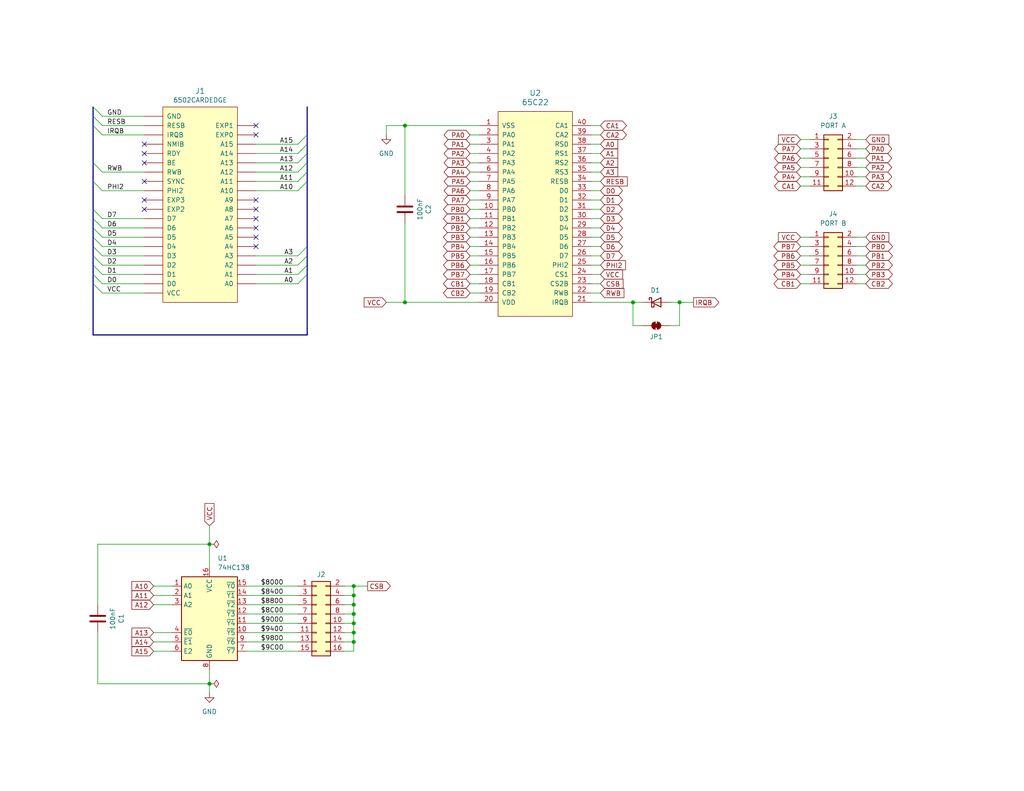
<source format=kicad_sch>
(kicad_sch (version 20231120) (generator "eeschema") (generator_version "8.0")
  (paper "USLetter")
  (title_block (title "6502 GPIO Card") (date "2024-06-06") (rev "1.0") (company "A.C. Wright Design"))
  (lib_symbols
    (symbol "6502 Parts:6502CARDEDGE" (pin_names (offset 1.016))
      (property "Reference" "J" (at -1.27 28.194 0))
      (property "Value" "6502CARDEDGE" (at 0 26.67 0))
      (symbol "6502CARDEDGE_1_0"
        (rectangle (start -10.16 25.4) (end 10.16 -27.94) (fill (type background)))
        (pin bidirectional line (at 15.24 -22.86 180) (length 5.08) (name "A0") (number "A0"))
        (pin bidirectional line (at 15.24 -20.32 180) (length 5.08) (name "A1") (number "A1"))
        (pin bidirectional line (at 15.24 2.54 180) (length 5.08) (name "A10") (number "A10"))
        (pin bidirectional line (at 15.24 5.08 180) (length 5.08) (name "A11") (number "A11"))
        (pin bidirectional line (at 15.24 7.62 180) (length 5.08) (name "A12") (number "A12"))
        (pin bidirectional line (at 15.24 10.16 180) (length 5.08) (name "A13") (number "A13"))
        (pin bidirectional line (at 15.24 12.7 180) (length 5.08) (name "A14") (number "A14"))
        (pin bidirectional line (at 15.24 15.24 180) (length 5.08) (name "A15") (number "A15"))
        (pin bidirectional line (at 15.24 -17.78 180) (length 5.08) (name "A2") (number "A2"))
        (pin bidirectional line (at 15.24 -15.24 180) (length 5.08) (name "A3") (number "A3"))
        (pin bidirectional line (at 15.24 -12.7 180) (length 5.08) (name "A4") (number "A4"))
        (pin bidirectional line (at 15.24 -10.16 180) (length 5.08) (name "A5") (number "A5"))
        (pin bidirectional line (at 15.24 -7.62 180) (length 5.08) (name "A6") (number "A6"))
        (pin bidirectional line (at 15.24 -5.08 180) (length 5.08) (name "A7") (number "A7"))
        (pin bidirectional line (at 15.24 -2.54 180) (length 5.08) (name "A8") (number "A8"))
        (pin bidirectional line (at 15.24 0 180) (length 5.08) (name "A9") (number "A9"))
        (pin bidirectional line (at -15.24 10.16 0) (length 5.08) (name "BE") (number "BE"))
        (pin bidirectional line (at -15.24 -22.86 0) (length 5.08) (name "D0") (number "D0"))
        (pin bidirectional line (at -15.24 -20.32 0) (length 5.08) (name "D1") (number "D1"))
        (pin bidirectional line (at -15.24 -17.78 0) (length 5.08) (name "D2") (number "D2"))
        (pin bidirectional line (at -15.24 -15.24 0) (length 5.08) (name "D3") (number "D3"))
        (pin bidirectional line (at -15.24 -12.7 0) (length 5.08) (name "D4") (number "D4"))
        (pin bidirectional line (at -15.24 -10.16 0) (length 5.08) (name "D5") (number "D5"))
        (pin bidirectional line (at -15.24 -7.62 0) (length 5.08) (name "D6") (number "D6"))
        (pin bidirectional line (at -15.24 -5.08 0) (length 5.08) (name "D7") (number "D7"))
        (pin bidirectional line (at 15.24 17.78 180) (length 5.08) (name "EXP0") (number "EXP0"))
        (pin bidirectional line (at 15.24 20.32 180) (length 5.08) (name "EXP1") (number "EXP1"))
        (pin bidirectional line (at -15.24 -2.54 0) (length 5.08) (name "EXP2") (number "EXP2"))
        (pin bidirectional line (at -15.24 0 0) (length 5.08) (name "EXP3") (number "EXP3"))
        (pin power_in line (at -15.24 22.86 0) (length 5.08) (name "GND") (number "GND"))
        (pin power_in line (at -15.24 22.86 0) (length 5.08) hide (name "GND") (number "GND"))
        (pin bidirectional line (at -15.24 17.78 0) (length 5.08) (name "IRQB") (number "IRQB"))
        (pin bidirectional line (at -15.24 15.24 0) (length 5.08) (name "NMIB") (number "NMIB"))
        (pin bidirectional line (at -15.24 2.54 0) (length 5.08) (name "PHI2") (number "PHI2"))
        (pin bidirectional line (at -15.24 12.7 0) (length 5.08) (name "RDY") (number "RDY"))
        (pin bidirectional line (at -15.24 20.32 0) (length 5.08) (name "RESB") (number "RESB"))
        (pin bidirectional line (at -15.24 7.62 0) (length 5.08) (name "RWB") (number "RWB"))
        (pin bidirectional line (at -15.24 5.08 0) (length 5.08) (name "SYNC") (number "SYNC"))
        (pin power_in line (at -15.24 -25.4 0) (length 5.08) (name "VCC") (number "VCC"))
        (pin power_in line (at -15.24 -25.4 0) (length 5.08) hide (name "VCC") (number "VCC"))
      )
    )
    (symbol "6502 Parts:65C22" (pin_names (offset 1.016))
      (property "Reference" "U" (at 26.67 7.62 0))
      (property "Value" "65C22" (at 26.67 5.08 0))
      (symbol "65C22_0_1"
        (rectangle (start 5.08 3.81) (end 25.4 -52.07) (fill (type background)))
      )
      (symbol "65C22_1_0"
        (pin power_in line (at 0 0 0) (length 5.08) (name "VSS") (number "1"))
        (pin bidirectional line (at 0 -22.86 0) (length 5.08) (name "PB0") (number "10"))
        (pin bidirectional line (at 0 -25.4 0) (length 5.08) (name "PB1") (number "11"))
        (pin bidirectional line (at 0 -27.94 0) (length 5.08) (name "PB2") (number "12"))
        (pin bidirectional line (at 0 -30.48 0) (length 5.08) (name "PB3") (number "13"))
        (pin bidirectional line (at 0 -33.02 0) (length 5.08) (name "PB4") (number "14"))
        (pin bidirectional line (at 0 -35.56 0) (length 5.08) (name "PB5") (number "15"))
        (pin bidirectional line (at 0 -38.1 0) (length 5.08) (name "PB6") (number "16"))
        (pin bidirectional line (at 0 -40.64 0) (length 5.08) (name "PB7") (number "17"))
        (pin bidirectional line (at 0 -43.18 0) (length 5.08) (name "CB1") (number "18"))
        (pin bidirectional line (at 0 -45.72 0) (length 5.08) (name "CB2") (number "19"))
        (pin bidirectional line (at 0 -2.54 0) (length 5.08) (name "PA0") (number "2"))
        (pin power_in line (at 0 -48.26 0) (length 5.08) (name "VDD") (number "20"))
        (pin output line (at 30.48 -48.26 180) (length 5.08) (name "IRQB") (number "21"))
        (pin input line (at 30.48 -45.72 180) (length 5.08) (name "RWB") (number "22"))
        (pin input line (at 30.48 -43.18 180) (length 5.08) (name "CS2B") (number "23"))
        (pin input line (at 30.48 -40.64 180) (length 5.08) (name "CS1") (number "24"))
        (pin input line (at 30.48 -38.1 180) (length 5.08) (name "PHI2") (number "25"))
        (pin output line (at 30.48 -35.56 180) (length 5.08) (name "D7") (number "26"))
        (pin output line (at 30.48 -33.02 180) (length 5.08) (name "D6") (number "27"))
        (pin output line (at 30.48 -30.48 180) (length 5.08) (name "D5") (number "28"))
        (pin output line (at 30.48 -27.94 180) (length 5.08) (name "D4") (number "29"))
        (pin bidirectional line (at 0 -5.08 0) (length 5.08) (name "PA1") (number "3"))
        (pin output line (at 30.48 -25.4 180) (length 5.08) (name "D3") (number "30"))
        (pin output line (at 30.48 -22.86 180) (length 5.08) (name "D2") (number "31"))
        (pin output line (at 30.48 -20.32 180) (length 5.08) (name "D1") (number "32"))
        (pin output line (at 30.48 -17.78 180) (length 5.08) (name "D0") (number "33"))
        (pin input line (at 30.48 -15.24 180) (length 5.08) (name "RESB") (number "34"))
        (pin input line (at 30.48 -12.7 180) (length 5.08) (name "RS3") (number "35"))
        (pin input line (at 30.48 -10.16 180) (length 5.08) (name "RS2") (number "36"))
        (pin input line (at 30.48 -7.62 180) (length 5.08) (name "RS1") (number "37"))
        (pin input line (at 30.48 -5.08 180) (length 5.08) (name "RS0") (number "38"))
        (pin bidirectional line (at 30.48 -2.54 180) (length 5.08) (name "CA2") (number "39"))
        (pin bidirectional line (at 0 -7.62 0) (length 5.08) (name "PA2") (number "4"))
        (pin bidirectional line (at 30.48 0 180) (length 5.08) (name "CA1") (number "40"))
        (pin bidirectional line (at 0 -10.16 0) (length 5.08) (name "PA3") (number "5"))
        (pin bidirectional line (at 0 -12.7 0) (length 5.08) (name "PA4") (number "6"))
        (pin bidirectional line (at 0 -15.24 0) (length 5.08) (name "PA5") (number "7"))
        (pin bidirectional line (at 0 -17.78 0) (length 5.08) (name "PA6") (number "8"))
        (pin bidirectional line (at 0 -20.32 0) (length 5.08) (name "PA7") (number "9"))
      )
    )
    (symbol "74xx:74HC138"
      (property "Reference" "U" (at -7.62 13.97 0))
      (property "Value" "74HC138" (at 2.54 -11.43 0))
      (symbol "74HC138_0_1"
        (rectangle (start -7.62 12.7) (end 7.62 -10.16) (stroke (width 0.254)) (fill (type background)))
      )
      (symbol "74HC138_1_1"
        (pin input line (at -10.16 10.16 0) (length 2.54) (name "A0") (number "1"))
        (pin output line (at 10.16 -2.54 180) (length 2.54) (name "~{Y5}") (number "10"))
        (pin output line (at 10.16 0 180) (length 2.54) (name "~{Y4}") (number "11"))
        (pin output line (at 10.16 2.54 180) (length 2.54) (name "~{Y3}") (number "12"))
        (pin output line (at 10.16 5.08 180) (length 2.54) (name "~{Y2}") (number "13"))
        (pin output line (at 10.16 7.62 180) (length 2.54) (name "~{Y1}") (number "14"))
        (pin output line (at 10.16 10.16 180) (length 2.54) (name "~{Y0}") (number "15"))
        (pin power_in line (at 0 15.24 270) (length 2.54) (name "VCC") (number "16"))
        (pin input line (at -10.16 7.62 0) (length 2.54) (name "A1") (number "2"))
        (pin input line (at -10.16 5.08 0) (length 2.54) (name "A2") (number "3"))
        (pin input line (at -10.16 -2.54 0) (length 2.54) (name "~{E0}") (number "4"))
        (pin input line (at -10.16 -5.08 0) (length 2.54) (name "~{E1}") (number "5"))
        (pin input line (at -10.16 -7.62 0) (length 2.54) (name "E2") (number "6"))
        (pin output line (at 10.16 -7.62 180) (length 2.54) (name "~{Y7}") (number "7"))
        (pin power_in line (at 0 -12.7 90) (length 2.54) (name "GND") (number "8"))
        (pin output line (at 10.16 -5.08 180) (length 2.54) (name "~{Y6}") (number "9"))
      )
    )
    (symbol "Connector_Generic:Conn_02x06_Odd_Even" (pin_names (offset 1.016) hide)
      (property "Reference" "J" (at 1.27 7.62 0))
      (property "Value" "Conn_02x06_Odd_Even" (at 1.27 -10.16 0))
      (symbol "Conn_02x06_Odd_Even_1_1"
        (rectangle (start -1.27 -7.493) (end 0 -7.747) (stroke (width 0.1524)))
        (rectangle (start -1.27 -4.953) (end 0 -5.207) (stroke (width 0.1524)))
        (rectangle (start -1.27 -2.413) (end 0 -2.667) (stroke (width 0.1524)))
        (rectangle (start -1.27 0.127) (end 0 -0.127) (stroke (width 0.1524)))
        (rectangle (start -1.27 2.667) (end 0 2.413) (stroke (width 0.1524)))
        (rectangle (start -1.27 5.207) (end 0 4.953) (stroke (width 0.1524)))
        (rectangle (start -1.27 6.35) (end 3.81 -8.89) (stroke (width 0.254)) (fill (type background)))
        (rectangle (start 3.81 -7.493) (end 2.54 -7.747) (stroke (width 0.1524)))
        (rectangle (start 3.81 -4.953) (end 2.54 -5.207) (stroke (width 0.1524)))
        (rectangle (start 3.81 -2.413) (end 2.54 -2.667) (stroke (width 0.1524)))
        (rectangle (start 3.81 0.127) (end 2.54 -0.127) (stroke (width 0.1524)))
        (rectangle (start 3.81 2.667) (end 2.54 2.413) (stroke (width 0.1524)))
        (rectangle (start 3.81 5.207) (end 2.54 4.953) (stroke (width 0.1524)))
        (pin passive line (at -5.08 5.08 0) (length 3.81) (name "Pin_1") (number "1"))
        (pin passive line (at 7.62 -5.08 180) (length 3.81) (name "Pin_10") (number "10"))
        (pin passive line (at -5.08 -7.62 0) (length 3.81) (name "Pin_11") (number "11"))
        (pin passive line (at 7.62 -7.62 180) (length 3.81) (name "Pin_12") (number "12"))
        (pin passive line (at 7.62 5.08 180) (length 3.81) (name "Pin_2") (number "2"))
        (pin passive line (at -5.08 2.54 0) (length 3.81) (name "Pin_3") (number "3"))
        (pin passive line (at 7.62 2.54 180) (length 3.81) (name "Pin_4") (number "4"))
        (pin passive line (at -5.08 0 0) (length 3.81) (name "Pin_5") (number "5"))
        (pin passive line (at 7.62 0 180) (length 3.81) (name "Pin_6") (number "6"))
        (pin passive line (at -5.08 -2.54 0) (length 3.81) (name "Pin_7") (number "7"))
        (pin passive line (at 7.62 -2.54 180) (length 3.81) (name "Pin_8") (number "8"))
        (pin passive line (at -5.08 -5.08 0) (length 3.81) (name "Pin_9") (number "9"))
      )
    )
    (symbol "Connector_Generic:Conn_02x08_Odd_Even" (pin_names (offset 1.016) hide)
      (property "Reference" "J" (at 1.27 10.16 0))
      (property "Value" "Conn_02x08_Odd_Even" (at 1.27 -12.7 0))
      (symbol "Conn_02x08_Odd_Even_1_1"
        (rectangle (start -1.27 -10.033) (end 0 -10.287) (stroke (width 0.1524)))
        (rectangle (start -1.27 -7.493) (end 0 -7.747) (stroke (width 0.1524)))
        (rectangle (start -1.27 -4.953) (end 0 -5.207) (stroke (width 0.1524)))
        (rectangle (start -1.27 -2.413) (end 0 -2.667) (stroke (width 0.1524)))
        (rectangle (start -1.27 0.127) (end 0 -0.127) (stroke (width 0.1524)))
        (rectangle (start -1.27 2.667) (end 0 2.413) (stroke (width 0.1524)))
        (rectangle (start -1.27 5.207) (end 0 4.953) (stroke (width 0.1524)))
        (rectangle (start -1.27 7.747) (end 0 7.493) (stroke (width 0.1524)))
        (rectangle (start -1.27 8.89) (end 3.81 -11.43) (stroke (width 0.254)) (fill (type background)))
        (rectangle (start 3.81 -10.033) (end 2.54 -10.287) (stroke (width 0.1524)))
        (rectangle (start 3.81 -7.493) (end 2.54 -7.747) (stroke (width 0.1524)))
        (rectangle (start 3.81 -4.953) (end 2.54 -5.207) (stroke (width 0.1524)))
        (rectangle (start 3.81 -2.413) (end 2.54 -2.667) (stroke (width 0.1524)))
        (rectangle (start 3.81 0.127) (end 2.54 -0.127) (stroke (width 0.1524)))
        (rectangle (start 3.81 2.667) (end 2.54 2.413) (stroke (width 0.1524)))
        (rectangle (start 3.81 5.207) (end 2.54 4.953) (stroke (width 0.1524)))
        (rectangle (start 3.81 7.747) (end 2.54 7.493) (stroke (width 0.1524)))
        (pin passive line (at -5.08 7.62 0) (length 3.81) (name "Pin_1") (number "1"))
        (pin passive line (at 7.62 -2.54 180) (length 3.81) (name "Pin_10") (number "10"))
        (pin passive line (at -5.08 -5.08 0) (length 3.81) (name "Pin_11") (number "11"))
        (pin passive line (at 7.62 -5.08 180) (length 3.81) (name "Pin_12") (number "12"))
        (pin passive line (at -5.08 -7.62 0) (length 3.81) (name "Pin_13") (number "13"))
        (pin passive line (at 7.62 -7.62 180) (length 3.81) (name "Pin_14") (number "14"))
        (pin passive line (at -5.08 -10.16 0) (length 3.81) (name "Pin_15") (number "15"))
        (pin passive line (at 7.62 -10.16 180) (length 3.81) (name "Pin_16") (number "16"))
        (pin passive line (at 7.62 7.62 180) (length 3.81) (name "Pin_2") (number "2"))
        (pin passive line (at -5.08 5.08 0) (length 3.81) (name "Pin_3") (number "3"))
        (pin passive line (at 7.62 5.08 180) (length 3.81) (name "Pin_4") (number "4"))
        (pin passive line (at -5.08 2.54 0) (length 3.81) (name "Pin_5") (number "5"))
        (pin passive line (at 7.62 2.54 180) (length 3.81) (name "Pin_6") (number "6"))
        (pin passive line (at -5.08 0 0) (length 3.81) (name "Pin_7") (number "7"))
        (pin passive line (at 7.62 0 180) (length 3.81) (name "Pin_8") (number "8"))
        (pin passive line (at -5.08 -2.54 0) (length 3.81) (name "Pin_9") (number "9"))
      )
    )
    (symbol "Device:C" (pin_numbers hide) (pin_names (offset 0.254))
      (property "Reference" "C" (at 0.635 2.54 0))
      (property "Value" "C" (at 0.635 -2.54 0))
      (symbol "C_0_1"
        (polyline (pts (xy -2.032 -0.762) (xy 2.032 -0.762)) (stroke (width 0.508)))
        (polyline (pts (xy -2.032 0.762) (xy 2.032 0.762)) (stroke (width 0.508)))
      )
      (symbol "C_1_1"
        (pin passive line (at 0 3.81 270) (length 2.794) (name "~") (number "1"))
        (pin passive line (at 0 -3.81 90) (length 2.794) (name "~") (number "2"))
      )
    )
    (symbol "Device:D_Schottky" (pin_numbers hide) (pin_names (offset 1.016) hide)
      (property "Reference" "D" (at 0 2.54 0))
      (property "Value" "D_Schottky" (at 0 -2.54 0))
      (symbol "D_Schottky_0_1"
        (polyline (pts (xy 1.27 0) (xy -1.27 0)))
        (polyline (pts (xy 1.27 1.27) (xy 1.27 -1.27) (xy -1.27 0) (xy 1.27 1.27)) (stroke (width 0.254)))
        (polyline (pts (xy -1.905 0.635) (xy -1.905 1.27) (xy -1.27 1.27) (xy -1.27 -1.27) (xy -0.635 -1.27) (xy -0.635 -0.635)) (stroke (width 0.254)))
      )
      (symbol "D_Schottky_1_1"
        (pin passive line (at -3.81 0 0) (length 2.54) (name "K") (number "1"))
        (pin passive line (at 3.81 0 180) (length 2.54) (name "A") (number "2"))
      )
    )
    (symbol "Jumper:SolderJumper_2_Bridged" (pin_numbers hide) (pin_names (offset 0) hide) (exclude_from_sim yes) (in_bom no)
      (property "Reference" "JP" (at 0 2.032 0))
      (property "Value" "SolderJumper_2_Bridged" (at 0 -2.54 0))
      (symbol "SolderJumper_2_Bridged_0_1"
        (rectangle (start -0.508 0.508) (end 0.508 -0.508) (fill (type outline)))
        (arc (start -0.254 1.016) (mid -1.2656 0) (end -0.254 -1.016))
        (arc (start -0.254 1.016) (mid -1.2656 0) (end -0.254 -1.016) (fill (type outline)))
        (polyline (pts (xy -0.254 1.016) (xy -0.254 -1.016)))
        (polyline (pts (xy 0.254 1.016) (xy 0.254 -1.016)))
        (arc (start 0.254 -1.016) (mid 1.2656 0) (end 0.254 1.016))
        (arc (start 0.254 -1.016) (mid 1.2656 0) (end 0.254 1.016) (fill (type outline)))
      )
      (symbol "SolderJumper_2_Bridged_1_1"
        (pin passive line (at -3.81 0 0) (length 2.54) (name "A") (number "1"))
        (pin passive line (at 3.81 0 180) (length 2.54) (name "B") (number "2"))
      )
    )
    (symbol "power:GND" (power) (pin_numbers hide) (pin_names (offset 0) hide)
      (property "Value" "GND" (at 0 -3.81 0))
      (symbol "GND_0_1"
        (polyline (pts (xy 0 0) (xy 0 -1.27) (xy 1.27 -1.27) (xy 0 -2.54) (xy -1.27 -1.27) (xy 0 -1.27)))
      )
      (symbol "GND_1_1"
        (pin power_in line (at 0 0 270) (length 0) (name "~") (number "1"))
      )
    )
    (symbol "power:PWR_FLAG" (power) (pin_numbers hide) (pin_names (offset 0) hide)
      (property "Value" "PWR_FLAG" (at 0 3.81 0))
      (symbol "PWR_FLAG_0_0"
        (pin power_out line (at 0 0 90) (length 0) (name "~") (number "1"))
      )
      (symbol "PWR_FLAG_0_1"
        (polyline (pts (xy 0 0) (xy 0 1.27) (xy -1.016 1.905) (xy 0 2.54) (xy 1.016 1.905) (xy 0 1.27)))
      )
    )
  )
  (junction (at 96.52 162.56))
  (junction (at 110.49 34.29))
  (junction (at 96.52 160.02))
  (junction (at 172.72 82.55))
  (junction (at 57.15 186.69))
  (junction (at 96.52 170.18))
  (junction (at 96.52 165.1))
  (junction (at 96.52 167.64))
  (junction (at 185.42 82.55))
  (junction (at 57.15 148.59))
  (junction (at 96.52 175.26))
  (junction (at 96.52 172.72))
  (junction (at 110.49 82.55))
  (no_connect (at 69.85 36.83))
  (no_connect (at 39.37 39.37))
  (no_connect (at 69.85 59.69))
  (no_connect (at 39.37 49.53))
  (no_connect (at 39.37 41.91))
  (no_connect (at 69.85 64.77))
  (no_connect (at 39.37 57.15))
  (no_connect (at 69.85 54.61))
  (no_connect (at 69.85 34.29))
  (no_connect (at 39.37 54.61))
  (no_connect (at 69.85 67.31))
  (no_connect (at 69.85 62.23))
  (no_connect (at 39.37 44.45))
  (no_connect (at 69.85 57.15))
  (bus_entry (at 25.4 72.39) (size 2.54 2.54))
  (bus_entry (at 25.4 49.53) (size 2.54 2.54))
  (bus_entry (at 83.82 67.31) (size -2.54 2.54))
  (bus_entry (at 83.82 69.85) (size -2.54 2.54))
  (bus_entry (at 83.82 74.93) (size -2.54 2.54))
  (bus_entry (at 83.82 72.39) (size -2.54 2.54))
  (bus_entry (at 83.82 49.53) (size -2.54 2.54))
  (bus_entry (at 25.4 57.15) (size 2.54 2.54))
  (bus_entry (at 25.4 64.77) (size 2.54 2.54))
  (bus_entry (at 83.82 41.91) (size -2.54 2.54))
  (bus_entry (at 83.82 39.37) (size -2.54 2.54))
  (bus_entry (at 25.4 31.75) (size 2.54 2.54))
  (bus_entry (at 83.82 36.83) (size -2.54 2.54))
  (bus_entry (at 25.4 74.93) (size 2.54 2.54))
  (bus_entry (at 25.4 62.23) (size 2.54 2.54))
  (bus_entry (at 25.4 77.47) (size 2.54 2.54))
  (bus_entry (at 25.4 67.31) (size 2.54 2.54))
  (bus_entry (at 83.82 44.45) (size -2.54 2.54))
  (bus_entry (at 25.4 29.21) (size 2.54 2.54))
  (bus_entry (at 25.4 34.29) (size 2.54 2.54))
  (bus_entry (at 25.4 69.85) (size 2.54 2.54))
  (bus_entry (at 25.4 44.45) (size 2.54 2.54))
  (bus_entry (at 83.82 46.99) (size -2.54 2.54))
  (bus_entry (at 25.4 59.69) (size 2.54 2.54))
  (wire (pts (xy 185.42 82.55) (xy 189.23 82.55)))
  (bus (pts (xy 83.82 36.83) (xy 83.82 39.37)))
  (wire (pts (xy 110.49 82.55) (xy 130.81 82.55)))
  (wire (pts (xy 96.52 167.64) (xy 93.98 167.64)))
  (wire (pts (xy 161.29 57.15) (xy 163.83 57.15)))
  (wire (pts (xy 161.29 46.99) (xy 163.83 46.99)))
  (bus (pts (xy 83.82 69.85) (xy 83.82 72.39)))
  (wire (pts (xy 161.29 44.45) (xy 163.83 44.45)))
  (bus (pts (xy 83.82 41.91) (xy 83.82 44.45)))
  (wire (pts (xy 161.29 41.91) (xy 163.83 41.91)))
  (wire (pts (xy 218.44 69.85) (xy 220.98 69.85)))
  (bus (pts (xy 25.4 91.44) (xy 83.82 91.44)))
  (wire (pts (xy 105.41 82.55) (xy 110.49 82.55)))
  (wire (pts (xy 41.91 175.26) (xy 46.99 175.26)))
  (wire (pts (xy 161.29 64.77) (xy 163.83 64.77)))
  (wire (pts (xy 172.72 88.9) (xy 175.26 88.9)))
  (wire (pts (xy 41.91 162.56) (xy 46.99 162.56)))
  (bus (pts (xy 25.4 34.29) (xy 25.4 44.45)))
  (wire (pts (xy 161.29 82.55) (xy 172.72 82.55)))
  (wire (pts (xy 110.49 34.29) (xy 110.49 53.34)))
  (wire (pts (xy 128.27 64.77) (xy 130.81 64.77)))
  (wire (pts (xy 161.29 54.61) (xy 163.83 54.61)))
  (wire (pts (xy 218.44 45.72) (xy 220.98 45.72)))
  (wire (pts (xy 81.28 72.39) (xy 69.85 72.39)))
  (wire (pts (xy 27.94 72.39) (xy 39.37 72.39)))
  (wire (pts (xy 67.31 162.56) (xy 81.28 162.56)))
  (wire (pts (xy 27.94 67.31) (xy 39.37 67.31)))
  (wire (pts (xy 67.31 177.8) (xy 81.28 177.8)))
  (bus (pts (xy 83.82 44.45) (xy 83.82 46.99)))
  (wire (pts (xy 96.52 175.26) (xy 96.52 172.72)))
  (wire (pts (xy 182.88 88.9) (xy 185.42 88.9)))
  (wire (pts (xy 128.27 80.01) (xy 130.81 80.01)))
  (wire (pts (xy 96.52 172.72) (xy 96.52 170.18)))
  (wire (pts (xy 96.52 170.18) (xy 93.98 170.18)))
  (wire (pts (xy 27.94 46.99) (xy 39.37 46.99)))
  (wire (pts (xy 128.27 77.47) (xy 130.81 77.47)))
  (wire (pts (xy 39.37 69.85) (xy 27.94 69.85)))
  (wire (pts (xy 233.68 48.26) (xy 236.22 48.26)))
  (wire (pts (xy 105.41 34.29) (xy 110.49 34.29)))
  (bus (pts (xy 25.4 62.23) (xy 25.4 64.77)))
  (wire (pts (xy 161.29 80.01) (xy 163.83 80.01)))
  (wire (pts (xy 39.37 59.69) (xy 27.94 59.69)))
  (wire (pts (xy 81.28 49.53) (xy 69.85 49.53)))
  (wire (pts (xy 26.67 148.59) (xy 26.67 165.1)))
  (bus (pts (xy 25.4 77.47) (xy 25.4 91.44)))
  (wire (pts (xy 67.31 175.26) (xy 81.28 175.26)))
  (wire (pts (xy 128.27 49.53) (xy 130.81 49.53)))
  (bus (pts (xy 83.82 67.31) (xy 83.82 69.85)))
  (bus (pts (xy 25.4 69.85) (xy 25.4 72.39)))
  (bus (pts (xy 25.4 64.77) (xy 25.4 67.31)))
  (wire (pts (xy 218.44 77.47) (xy 220.98 77.47)))
  (wire (pts (xy 39.37 34.29) (xy 27.94 34.29)))
  (wire (pts (xy 41.91 177.8) (xy 46.99 177.8)))
  (bus (pts (xy 83.82 72.39) (xy 83.82 74.93)))
  (bus (pts (xy 25.4 72.39) (xy 25.4 74.93)))
  (wire (pts (xy 233.68 67.31) (xy 236.22 67.31)))
  (wire (pts (xy 57.15 148.59) (xy 57.15 154.94)))
  (wire (pts (xy 128.27 67.31) (xy 130.81 67.31)))
  (wire (pts (xy 161.29 34.29) (xy 163.83 34.29)))
  (wire (pts (xy 161.29 77.47) (xy 163.83 77.47)))
  (wire (pts (xy 39.37 80.01) (xy 27.94 80.01)))
  (wire (pts (xy 67.31 160.02) (xy 81.28 160.02)))
  (wire (pts (xy 41.91 160.02) (xy 46.99 160.02)))
  (wire (pts (xy 233.68 38.1) (xy 236.22 38.1)))
  (wire (pts (xy 128.27 39.37) (xy 130.81 39.37)))
  (wire (pts (xy 218.44 74.93) (xy 220.98 74.93)))
  (bus (pts (xy 83.82 74.93) (xy 83.82 91.44)))
  (wire (pts (xy 233.68 69.85) (xy 236.22 69.85)))
  (wire (pts (xy 128.27 36.83) (xy 130.81 36.83)))
  (wire (pts (xy 128.27 72.39) (xy 130.81 72.39)))
  (wire (pts (xy 161.29 72.39) (xy 163.83 72.39)))
  (wire (pts (xy 233.68 64.77) (xy 236.22 64.77)))
  (wire (pts (xy 218.44 64.77) (xy 220.98 64.77)))
  (bus (pts (xy 83.82 29.21) (xy 83.82 36.83)))
  (wire (pts (xy 218.44 38.1) (xy 220.98 38.1)))
  (wire (pts (xy 27.94 52.07) (xy 39.37 52.07)))
  (wire (pts (xy 26.67 186.69) (xy 26.67 172.72)))
  (wire (pts (xy 218.44 40.64) (xy 220.98 40.64)))
  (bus (pts (xy 25.4 67.31) (xy 25.4 69.85)))
  (wire (pts (xy 57.15 186.69) (xy 57.15 189.23)))
  (wire (pts (xy 218.44 72.39) (xy 220.98 72.39)))
  (bus (pts (xy 25.4 29.21) (xy 25.4 31.75)))
  (wire (pts (xy 128.27 54.61) (xy 130.81 54.61)))
  (wire (pts (xy 67.31 167.64) (xy 81.28 167.64)))
  (wire (pts (xy 233.68 77.47) (xy 236.22 77.47)))
  (wire (pts (xy 67.31 170.18) (xy 81.28 170.18)))
  (wire (pts (xy 128.27 74.93) (xy 130.81 74.93)))
  (wire (pts (xy 27.94 31.75) (xy 39.37 31.75)))
  (wire (pts (xy 128.27 44.45) (xy 130.81 44.45)))
  (wire (pts (xy 27.94 62.23) (xy 39.37 62.23)))
  (bus (pts (xy 83.82 39.37) (xy 83.82 41.91)))
  (wire (pts (xy 96.52 162.56) (xy 96.52 160.02)))
  (wire (pts (xy 67.31 172.72) (xy 81.28 172.72)))
  (wire (pts (xy 57.15 148.59) (xy 57.15 143.51)))
  (bus (pts (xy 25.4 44.45) (xy 25.4 49.53)))
  (wire (pts (xy 96.52 160.02) (xy 100.33 160.02)))
  (wire (pts (xy 26.67 186.69) (xy 57.15 186.69)))
  (wire (pts (xy 41.91 165.1) (xy 46.99 165.1)))
  (wire (pts (xy 39.37 64.77) (xy 27.94 64.77)))
  (wire (pts (xy 93.98 165.1) (xy 96.52 165.1)))
  (wire (pts (xy 81.28 77.47) (xy 69.85 77.47)))
  (wire (pts (xy 233.68 74.93) (xy 236.22 74.93)))
  (bus (pts (xy 25.4 31.75) (xy 25.4 34.29)))
  (wire (pts (xy 161.29 59.69) (xy 163.83 59.69)))
  (wire (pts (xy 161.29 62.23) (xy 163.83 62.23)))
  (wire (pts (xy 41.91 172.72) (xy 46.99 172.72)))
  (wire (pts (xy 67.31 165.1) (xy 81.28 165.1)))
  (wire (pts (xy 69.85 46.99) (xy 81.28 46.99)))
  (wire (pts (xy 161.29 69.85) (xy 163.83 69.85)))
  (wire (pts (xy 110.49 60.96) (xy 110.49 82.55)))
  (bus (pts (xy 83.82 46.99) (xy 83.82 49.53)))
  (wire (pts (xy 69.85 39.37) (xy 81.28 39.37)))
  (wire (pts (xy 218.44 48.26) (xy 220.98 48.26)))
  (bus (pts (xy 25.4 57.15) (xy 25.4 59.69)))
  (wire (pts (xy 96.52 177.8) (xy 96.52 175.26)))
  (wire (pts (xy 233.68 45.72) (xy 236.22 45.72)))
  (wire (pts (xy 128.27 57.15) (xy 130.81 57.15)))
  (wire (pts (xy 161.29 52.07) (xy 163.83 52.07)))
  (wire (pts (xy 233.68 72.39) (xy 236.22 72.39)))
  (wire (pts (xy 69.85 69.85) (xy 81.28 69.85)))
  (wire (pts (xy 128.27 69.85) (xy 130.81 69.85)))
  (wire (pts (xy 161.29 67.31) (xy 163.83 67.31)))
  (bus (pts (xy 25.4 49.53) (xy 25.4 57.15)))
  (wire (pts (xy 96.52 162.56) (xy 93.98 162.56)))
  (wire (pts (xy 69.85 52.07) (xy 81.28 52.07)))
  (wire (pts (xy 96.52 170.18) (xy 96.52 167.64)))
  (wire (pts (xy 161.29 49.53) (xy 163.83 49.53)))
  (wire (pts (xy 96.52 167.64) (xy 96.52 165.1)))
  (wire (pts (xy 81.28 44.45) (xy 69.85 44.45)))
  (wire (pts (xy 128.27 52.07) (xy 130.81 52.07)))
  (wire (pts (xy 96.52 172.72) (xy 93.98 172.72)))
  (wire (pts (xy 128.27 41.91) (xy 130.81 41.91)))
  (wire (pts (xy 27.94 36.83) (xy 39.37 36.83)))
  (wire (pts (xy 218.44 43.18) (xy 220.98 43.18)))
  (wire (pts (xy 218.44 67.31) (xy 220.98 67.31)))
  (wire (pts (xy 27.94 77.47) (xy 39.37 77.47)))
  (wire (pts (xy 93.98 160.02) (xy 96.52 160.02)))
  (wire (pts (xy 69.85 41.91) (xy 81.28 41.91)))
  (wire (pts (xy 105.41 36.83) (xy 105.41 34.29)))
  (wire (pts (xy 233.68 50.8) (xy 236.22 50.8)))
  (wire (pts (xy 185.42 82.55) (xy 182.88 82.55)))
  (wire (pts (xy 69.85 74.93) (xy 81.28 74.93)))
  (wire (pts (xy 172.72 82.55) (xy 172.72 88.9)))
  (wire (pts (xy 128.27 62.23) (xy 130.81 62.23)))
  (wire (pts (xy 57.15 148.59) (xy 26.67 148.59)))
  (wire (pts (xy 39.37 74.93) (xy 27.94 74.93)))
  (wire (pts (xy 172.72 82.55) (xy 175.26 82.55)))
  (bus (pts (xy 25.4 74.93) (xy 25.4 77.47)))
  (wire (pts (xy 96.52 165.1) (xy 96.52 162.56)))
  (wire (pts (xy 128.27 59.69) (xy 130.81 59.69)))
  (bus (pts (xy 83.82 49.53) (xy 83.82 67.31)))
  (wire (pts (xy 57.15 182.88) (xy 57.15 186.69)))
  (wire (pts (xy 96.52 175.26) (xy 93.98 175.26)))
  (wire (pts (xy 161.29 74.93) (xy 163.83 74.93)))
  (wire (pts (xy 110.49 34.29) (xy 130.81 34.29)))
  (wire (pts (xy 185.42 88.9) (xy 185.42 82.55)))
  (wire (pts (xy 218.44 50.8) (xy 220.98 50.8)))
  (wire (pts (xy 128.27 46.99) (xy 130.81 46.99)))
  (wire (pts (xy 161.29 39.37) (xy 163.83 39.37)))
  (wire (pts (xy 93.98 177.8) (xy 96.52 177.8)))
  (wire (pts (xy 233.68 43.18) (xy 236.22 43.18)))
  (wire (pts (xy 233.68 40.64) (xy 236.22 40.64)))
  (bus (pts (xy 25.4 59.69) (xy 25.4 62.23)))
  (wire (pts (xy 161.29 36.83) (xy 163.83 36.83)))
  (label "A11" (at 80.01 49.53 180))
  (label "$8000" (at 71.12 160.02 0))
  (label "PHI2" (at 29.21 52.07 0))
  (label "D3" (at 29.21 69.85 0))
  (label "$9C00" (at 71.12 177.8 0))
  (label "A13" (at 80.01 44.45 180))
  (label "A3" (at 80.01 69.85 180))
  (label "$9400" (at 71.12 172.72 0))
  (label "A12" (at 80.01 46.99 180))
  (label "$8400" (at 71.12 162.56 0))
  (label "$8C00" (at 71.12 167.64 0))
  (label "RESB" (at 29.21 34.29 0))
  (label "A15" (at 80.01 39.37 180))
  (label "D0" (at 29.21 77.47 0))
  (label "RWB" (at 29.21 46.99 0))
  (label "A2" (at 80.01 72.39 180))
  (label "GND" (at 29.21 31.75 0))
  (label "A14" (at 80.01 41.91 180))
  (label "D2" (at 29.21 72.39 0))
  (label "D6" (at 29.21 62.23 0))
  (label "$9800" (at 71.12 175.26 0))
  (label "A1" (at 80.01 74.93 180))
  (label "A0" (at 80.01 77.47 180))
  (label "D5" (at 29.21 64.77 0))
  (label "A10" (at 80.01 52.07 180))
  (label "D1" (at 29.21 74.93 0))
  (label "D4" (at 29.21 67.31 0))
  (label "VCC" (at 29.21 80.01 0))
  (label "IRQB" (at 29.21 36.83 0))
  (label "$8800" (at 71.12 165.1 0))
  (label "D7" (at 29.21 59.69 0))
  (label "$9000" (at 71.12 170.18 0))
  (global_label "PB5" (shape bidirectional) (at 218.44 72.39 180) (property "Intersheetrefs" "${INTERSHEET_REFS}" (effects (hide yes))))
  (global_label "PA2" (shape bidirectional) (at 128.27 41.91 180) (property "Intersheetrefs" "${INTERSHEET_REFS}" (effects (hide yes))))
  (global_label "D6" (shape bidirectional) (at 163.83 67.31 0) (property "Intersheetrefs" "${INTERSHEET_REFS}" (effects (hide yes))))
  (global_label "CB1" (shape bidirectional) (at 128.27 77.47 180) (property "Intersheetrefs" "${INTERSHEET_REFS}" (effects (hide yes))))
  (global_label "CB2" (shape bidirectional) (at 236.22 77.47 0) (property "Intersheetrefs" "${INTERSHEET_REFS}" (effects (hide yes))))
  (global_label "CSB" (shape output) (at 100.33 160.02 0) (property "Intersheetrefs" "${INTERSHEET_REFS}" (effects (hide yes))))
  (global_label "PB2" (shape bidirectional) (at 236.22 72.39 0) (property "Intersheetrefs" "${INTERSHEET_REFS}" (effects (hide yes))))
  (global_label "VCC" (shape input) (at 57.15 143.51 90) (property "Intersheetrefs" "${INTERSHEET_REFS}" (effects (hide yes))))
  (global_label "PB7" (shape bidirectional) (at 218.44 67.31 180) (property "Intersheetrefs" "${INTERSHEET_REFS}" (effects (hide yes))))
  (global_label "PB1" (shape bidirectional) (at 236.22 69.85 0) (property "Intersheetrefs" "${INTERSHEET_REFS}" (effects (hide yes))))
  (global_label "CA2" (shape bidirectional) (at 236.22 50.8 0) (property "Intersheetrefs" "${INTERSHEET_REFS}" (effects (hide yes))))
  (global_label "VCC" (shape input) (at 218.44 38.1 180) (property "Intersheetrefs" "${INTERSHEET_REFS}" (effects (hide yes))))
  (global_label "CB1" (shape bidirectional) (at 218.44 77.47 180) (property "Intersheetrefs" "${INTERSHEET_REFS}" (effects (hide yes))))
  (global_label "PA7" (shape bidirectional) (at 218.44 40.64 180) (property "Intersheetrefs" "${INTERSHEET_REFS}" (effects (hide yes))))
  (global_label "PHI2" (shape input) (at 163.83 72.39 0) (property "Intersheetrefs" "${INTERSHEET_REFS}" (effects (hide yes))))
  (global_label "A12" (shape input) (at 41.91 165.1 180) (property "Intersheetrefs" "${INTERSHEET_REFS}" (effects (hide yes))))
  (global_label "A15" (shape input) (at 41.91 177.8 180) (property "Intersheetrefs" "${INTERSHEET_REFS}" (effects (hide yes))))
  (global_label "PA0" (shape bidirectional) (at 236.22 40.64 0) (property "Intersheetrefs" "${INTERSHEET_REFS}" (effects (hide yes))))
  (global_label "PA1" (shape bidirectional) (at 236.22 43.18 0) (property "Intersheetrefs" "${INTERSHEET_REFS}" (effects (hide yes))))
  (global_label "PB5" (shape bidirectional) (at 128.27 69.85 180) (property "Intersheetrefs" "${INTERSHEET_REFS}" (effects (hide yes))))
  (global_label "RESB" (shape input) (at 163.83 49.53 0) (property "Intersheetrefs" "${INTERSHEET_REFS}" (effects (hide yes))))
  (global_label "A1" (shape input) (at 163.83 41.91 0) (property "Intersheetrefs" "${INTERSHEET_REFS}" (effects (hide yes))))
  (global_label "CA1" (shape bidirectional) (at 218.44 50.8 180) (property "Intersheetrefs" "${INTERSHEET_REFS}" (effects (hide yes))))
  (global_label "A13" (shape input) (at 41.91 172.72 180) (property "Intersheetrefs" "${INTERSHEET_REFS}" (effects (hide yes))))
  (global_label "VCC" (shape input) (at 105.41 82.55 180) (property "Intersheetrefs" "${INTERSHEET_REFS}" (effects (hide yes))))
  (global_label "GND" (shape input) (at 236.22 38.1 0) (property "Intersheetrefs" "${INTERSHEET_REFS}" (effects (hide yes))))
  (global_label "PA6" (shape bidirectional) (at 128.27 52.07 180) (property "Intersheetrefs" "${INTERSHEET_REFS}" (effects (hide yes))))
  (global_label "PA0" (shape bidirectional) (at 128.27 36.83 180) (property "Intersheetrefs" "${INTERSHEET_REFS}" (effects (hide yes))))
  (global_label "GND" (shape input) (at 236.22 64.77 0) (property "Intersheetrefs" "${INTERSHEET_REFS}" (effects (hide yes))))
  (global_label "PA5" (shape bidirectional) (at 128.27 49.53 180) (property "Intersheetrefs" "${INTERSHEET_REFS}" (effects (hide yes))))
  (global_label "VCC" (shape input) (at 163.83 74.93 0) (property "Intersheetrefs" "${INTERSHEET_REFS}" (effects (hide yes))))
  (global_label "D1" (shape bidirectional) (at 163.83 54.61 0) (property "Intersheetrefs" "${INTERSHEET_REFS}" (effects (hide yes))))
  (global_label "PB2" (shape bidirectional) (at 128.27 62.23 180) (property "Intersheetrefs" "${INTERSHEET_REFS}" (effects (hide yes))))
  (global_label "PB0" (shape bidirectional) (at 236.22 67.31 0) (property "Intersheetrefs" "${INTERSHEET_REFS}" (effects (hide yes))))
  (global_label "PB4" (shape bidirectional) (at 128.27 67.31 180) (property "Intersheetrefs" "${INTERSHEET_REFS}" (effects (hide yes))))
  (global_label "PB3" (shape bidirectional) (at 128.27 64.77 180) (property "Intersheetrefs" "${INTERSHEET_REFS}" (effects (hide yes))))
  (global_label "A3" (shape input) (at 163.83 46.99 0) (property "Intersheetrefs" "${INTERSHEET_REFS}" (effects (hide yes))))
  (global_label "PB0" (shape bidirectional) (at 128.27 57.15 180) (property "Intersheetrefs" "${INTERSHEET_REFS}" (effects (hide yes))))
  (global_label "CA2" (shape bidirectional) (at 163.83 36.83 0) (property "Intersheetrefs" "${INTERSHEET_REFS}" (effects (hide yes))))
  (global_label "PA1" (shape bidirectional) (at 128.27 39.37 180) (property "Intersheetrefs" "${INTERSHEET_REFS}" (effects (hide yes))))
  (global_label "PA4" (shape bidirectional) (at 218.44 48.26 180) (property "Intersheetrefs" "${INTERSHEET_REFS}" (effects (hide yes))))
  (global_label "PA4" (shape bidirectional) (at 128.27 46.99 180) (property "Intersheetrefs" "${INTERSHEET_REFS}" (effects (hide yes))))
  (global_label "A2" (shape input) (at 163.83 44.45 0) (property "Intersheetrefs" "${INTERSHEET_REFS}" (effects (hide yes))))
  (global_label "D4" (shape bidirectional) (at 163.83 62.23 0) (property "Intersheetrefs" "${INTERSHEET_REFS}" (effects (hide yes))))
  (global_label "PA5" (shape bidirectional) (at 218.44 45.72 180) (property "Intersheetrefs" "${INTERSHEET_REFS}" (effects (hide yes))))
  (global_label "CB2" (shape bidirectional) (at 128.27 80.01 180) (property "Intersheetrefs" "${INTERSHEET_REFS}" (effects (hide yes))))
  (global_label "PA3" (shape bidirectional) (at 236.22 48.26 0) (property "Intersheetrefs" "${INTERSHEET_REFS}" (effects (hide yes))))
  (global_label "VCC" (shape input) (at 218.44 64.77 180) (property "Intersheetrefs" "${INTERSHEET_REFS}" (effects (hide yes))))
  (global_label "D5" (shape bidirectional) (at 163.83 64.77 0) (property "Intersheetrefs" "${INTERSHEET_REFS}" (effects (hide yes))))
  (global_label "CSB" (shape input) (at 163.83 77.47 0) (property "Intersheetrefs" "${INTERSHEET_REFS}" (effects (hide yes))))
  (global_label "IRQB" (shape output) (at 189.23 82.55 0) (property "Intersheetrefs" "${INTERSHEET_REFS}" (effects (hide yes))))
  (global_label "A11" (shape input) (at 41.91 162.56 180) (property "Intersheetrefs" "${INTERSHEET_REFS}" (effects (hide yes))))
  (global_label "PB1" (shape bidirectional) (at 128.27 59.69 180) (property "Intersheetrefs" "${INTERSHEET_REFS}" (effects (hide yes))))
  (global_label "PA7" (shape bidirectional) (at 128.27 54.61 180) (property "Intersheetrefs" "${INTERSHEET_REFS}" (effects (hide yes))))
  (global_label "PA6" (shape bidirectional) (at 218.44 43.18 180) (property "Intersheetrefs" "${INTERSHEET_REFS}" (effects (hide yes))))
  (global_label "D7" (shape bidirectional) (at 163.83 69.85 0) (property "Intersheetrefs" "${INTERSHEET_REFS}" (effects (hide yes))))
  (global_label "D3" (shape bidirectional) (at 163.83 59.69 0) (property "Intersheetrefs" "${INTERSHEET_REFS}" (effects (hide yes))))
  (global_label "D2" (shape bidirectional) (at 163.83 57.15 0) (property "Intersheetrefs" "${INTERSHEET_REFS}" (effects (hide yes))))
  (global_label "PB3" (shape bidirectional) (at 236.22 74.93 0) (property "Intersheetrefs" "${INTERSHEET_REFS}" (effects (hide yes))))
  (global_label "RWB" (shape input) (at 163.83 80.01 0) (property "Intersheetrefs" "${INTERSHEET_REFS}" (effects (hide yes))))
  (global_label "D0" (shape bidirectional) (at 163.83 52.07 0) (property "Intersheetrefs" "${INTERSHEET_REFS}" (effects (hide yes))))
  (global_label "A0" (shape input) (at 163.83 39.37 0) (property "Intersheetrefs" "${INTERSHEET_REFS}" (effects (hide yes))))
  (global_label "PB7" (shape bidirectional) (at 128.27 74.93 180) (property "Intersheetrefs" "${INTERSHEET_REFS}" (effects (hide yes))))
  (global_label "A14" (shape input) (at 41.91 175.26 180) (property "Intersheetrefs" "${INTERSHEET_REFS}" (effects (hide yes))))
  (global_label "CA1" (shape bidirectional) (at 163.83 34.29 0) (property "Intersheetrefs" "${INTERSHEET_REFS}" (effects (hide yes))))
  (global_label "PB4" (shape bidirectional) (at 218.44 74.93 180) (property "Intersheetrefs" "${INTERSHEET_REFS}" (effects (hide yes))))
  (global_label "PB6" (shape bidirectional) (at 128.27 72.39 180) (property "Intersheetrefs" "${INTERSHEET_REFS}" (effects (hide yes))))
  (global_label "A10" (shape input) (at 41.91 160.02 180) (property "Intersheetrefs" "${INTERSHEET_REFS}" (effects (hide yes))))
  (global_label "PA3" (shape bidirectional) (at 128.27 44.45 180) (property "Intersheetrefs" "${INTERSHEET_REFS}" (effects (hide yes))))
  (global_label "PB6" (shape bidirectional) (at 218.44 69.85 180) (property "Intersheetrefs" "${INTERSHEET_REFS}" (effects (hide yes))))
  (global_label "PA2" (shape bidirectional) (at 236.22 45.72 0) (property "Intersheetrefs" "${INTERSHEET_REFS}" (effects (hide yes))))
  (symbol (lib_id "Connector_Generic:Conn_02x06_Odd_Even") (at 226.06 69.85 0) (unit 1)
    (property "Reference" "J4" (at 227.33 58.42 0))
    (property "Value" "PORT B" (at 227.33 60.96 0))
    (property "Footprint" "Connector_PinHeader_2.54mm:PinHeader_2x06_P2.54mm_Vertical" (effects (hide yes)))
    (property "Description" "Generic connector, double row, 02x06, odd/even pin numbering scheme (row 1 odd numbers, row 2 even numbers), script generated (kicad-library-utils/schlib/autogen/connector/)" (effects (hide yes)))
  )
  (symbol (lib_id "power:PWR_FLAG") (at 57.15 186.69 270) (unit 1)
    (property "Reference" "#FLG02" (effects (hide yes)))
    (property "Value" "PWR_FLAG" (effects (hide yes)))
    (property "Description" "Special symbol for telling ERC where power comes from" (effects (hide yes)))
  )
  (symbol (lib_id "Connector_Generic:Conn_02x06_Odd_Even") (at 226.06 43.18 0) (unit 1)
    (property "Reference" "J3" (at 227.33 31.75 0))
    (property "Value" "PORT A" (at 227.33 34.29 0))
    (property "Footprint" "Connector_PinHeader_2.54mm:PinHeader_2x06_P2.54mm_Vertical" (effects (hide yes)))
    (property "Description" "Generic connector, double row, 02x06, odd/even pin numbering scheme (row 1 odd numbers, row 2 even numbers), script generated (kicad-library-utils/schlib/autogen/connector/)" (effects (hide yes)))
  )
  (symbol (lib_id "Device:D_Schottky") (at 179.07 82.55 0) (unit 1) (in_bom no)
    (property "Reference" "D1" (at 178.816 79.248 0))
    (property "Value" "D_Schottky" (effects (hide yes)))
    (property "Footprint" "Diode_THT:D_DO-35_SOD27_P7.62mm_Horizontal" (effects (hide yes)))
    (property "Description" "Schottky diode" (effects (hide yes)))
  )
  (symbol (lib_id "Device:C") (at 110.49 57.15 0) (unit 1)
    (property "Reference" "C2" (at 116.8908 57.15 90))
    (property "Value" "100nF" (at 114.5794 57.15 90))
    (property "Footprint" "Capacitor_SMD:C_0805_2012Metric" (effects (hide yes)))
    (property "LCSC" "C49678" (effects (hide yes)))
  )
  (symbol (lib_id "Connector_Generic:Conn_02x08_Odd_Even") (at 86.36 167.64 0) (unit 1) (in_bom no)
    (property "Reference" "J2" (at 87.63 156.845 0))
    (property "Value" "Conn_02x08_Odd_Even" (effects (hide yes)))
    (property "Footprint" "Connector_PinHeader_2.54mm:PinHeader_2x08_P2.54mm_Vertical" (effects (hide yes)))
  )
  (symbol (lib_id "power:GND") (at 105.41 36.83 0) (unit 1)
    (property "Reference" "#PWR02" (effects (hide yes)))
    (property "Value" "GND" (at 105.41 41.91 0))
    (property "Description" "Power symbol creates a global label with name \"GND\" , ground" (effects (hide yes)))
  )
  (symbol (lib_id "power:PWR_FLAG") (at 57.15 148.59 270) (unit 1)
    (property "Reference" "#FLG01" (effects (hide yes)))
    (property "Value" "PWR_FLAG" (effects (hide yes)))
    (property "Description" "Special symbol for telling ERC where power comes from" (effects (hide yes)))
  )
  (symbol (lib_id "6502 Parts:6502CARDEDGE") (at 54.61 54.61 0) (unit 1) (in_bom no)
    (property "Reference" "J1" (at 54.61 24.8412 0) (effects (font (size 1.4986 1.4986))))
    (property "Value" "6502CARDEDGE" (at 54.61 27.3304 0))
    (property "Footprint" "6502 Parts:6502CARDEDGE" (effects (hide yes)))
  )
  (symbol (lib_id "6502 Parts:65C22") (at 130.81 34.29 0) (unit 1) (in_bom no)
    (property "Reference" "U2" (at 146.05 25.4 0) (effects (font (size 1.4986 1.4986))))
    (property "Value" "65C22" (at 146.05 27.94 0) (effects (font (size 1.4986 1.4986))))
    (property "Footprint" "Package_DIP:DIP-40_W15.24mm_Socket_LongPads" (effects (hide yes)))
  )
  (symbol (lib_id "74xx:74HC138") (at 57.15 170.18 0) (unit 1)
    (property "Reference" "U1" (at 59.3441 152.4 0) (effects (justify left)))
    (property "Value" "74HC138" (at 59.3441 154.94 0) (effects (justify left)))
    (property "Footprint" "Package_SO:SOIC-16_3.9x9.9mm_P1.27mm" (effects (hide yes)))
    (property "Datasheet" "http://www.ti.com/lit/ds/symlink/cd74hc238.pdf" (effects (hide yes)))
    (property "Description" "3-to-8 line decoder/multiplexer inverting, DIP-16/SOIC-16/SSOP-16" (effects (hide yes)))
    (property "LCSC" "C5602" (effects (hide yes)))
  )
  (symbol (lib_id "power:GND") (at 57.15 189.23 0) (unit 1)
    (property "Reference" "#PWR01" (effects (hide yes)))
    (property "Value" "GND" (at 57.15 194.31 0))
    (property "Description" "Power symbol creates a global label with name \"GND\" , ground" (effects (hide yes)))
  )
  (symbol (lib_id "Device:C") (at 26.67 168.91 0) (unit 1)
    (property "Reference" "C1" (at 33.0708 168.91 90))
    (property "Value" "100nF" (at 30.7594 168.91 90))
    (property "Footprint" "Capacitor_SMD:C_0805_2012Metric" (effects (hide yes)))
    (property "LCSC" "C49678" (effects (hide yes)))
  )
  (symbol (lib_id "Jumper:SolderJumper_2_Bridged") (at 179.07 88.9 0) (unit 1) (exclude_from_sim yes) (in_bom no)
    (property "Reference" "JP1" (at 179.07 91.948 0))
    (property "Value" "SolderJumper_2_Bridged" (effects (hide yes)))
    (property "Footprint" "Jumper:SolderJumper-2_P1.3mm_Bridged_RoundedPad1.0x1.5mm" (effects (hide yes)))
    (property "Description" "Solder Jumper, 2-pole, closed/bridged" (effects (hide yes)))
  )
)
</source>
